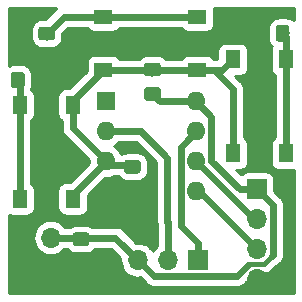
<source format=gbr>
G04 #@! TF.GenerationSoftware,KiCad,Pcbnew,(5.1.4)-1*
G04 #@! TF.CreationDate,2020-03-21T14:56:38-06:00*
G04 #@! TF.ProjectId,SonicAnemometerController,536f6e69-6341-46e6-956d-6f6d65746572,rev?*
G04 #@! TF.SameCoordinates,PX5bfb5d0PY5122438*
G04 #@! TF.FileFunction,Copper,L2,Bot*
G04 #@! TF.FilePolarity,Positive*
%FSLAX46Y46*%
G04 Gerber Fmt 4.6, Leading zero omitted, Abs format (unit mm)*
G04 Created by KiCad (PCBNEW (5.1.4)-1) date 2020-03-21 14:56:38*
%MOMM*%
%LPD*%
G04 APERTURE LIST*
%ADD10O,1.700000X1.700000*%
%ADD11R,1.700000X1.700000*%
%ADD12C,0.100000*%
%ADD13C,1.150000*%
%ADD14O,1.600000X1.600000*%
%ADD15R,1.600000X1.600000*%
%ADD16R,1.300000X1.550000*%
%ADD17R,1.550000X1.300000*%
%ADD18C,0.600000*%
%ADD19C,0.400000*%
%ADD20C,0.254000*%
G04 APERTURE END LIST*
D10*
X9130000Y3575000D03*
X11670000Y3575000D03*
X14210000Y3575000D03*
D11*
X16750000Y3575000D03*
D10*
X21750000Y1975000D03*
X21750000Y4515000D03*
X21750000Y7055000D03*
D11*
X21750000Y9595000D03*
D12*
G36*
X11674505Y9998796D02*
G01*
X11698773Y9995196D01*
X11722572Y9989235D01*
X11745671Y9980970D01*
X11767850Y9970480D01*
X11788893Y9957868D01*
X11808599Y9943253D01*
X11826777Y9926777D01*
X11843253Y9908599D01*
X11857868Y9888893D01*
X11870480Y9867850D01*
X11880970Y9845671D01*
X11889235Y9822572D01*
X11895196Y9798773D01*
X11898796Y9774505D01*
X11900000Y9750001D01*
X11900000Y9099999D01*
X11898796Y9075495D01*
X11895196Y9051227D01*
X11889235Y9027428D01*
X11880970Y9004329D01*
X11870480Y8982150D01*
X11857868Y8961107D01*
X11843253Y8941401D01*
X11826777Y8923223D01*
X11808599Y8906747D01*
X11788893Y8892132D01*
X11767850Y8879520D01*
X11745671Y8869030D01*
X11722572Y8860765D01*
X11698773Y8854804D01*
X11674505Y8851204D01*
X11650001Y8850000D01*
X10749999Y8850000D01*
X10725495Y8851204D01*
X10701227Y8854804D01*
X10677428Y8860765D01*
X10654329Y8869030D01*
X10632150Y8879520D01*
X10611107Y8892132D01*
X10591401Y8906747D01*
X10573223Y8923223D01*
X10556747Y8941401D01*
X10542132Y8961107D01*
X10529520Y8982150D01*
X10519030Y9004329D01*
X10510765Y9027428D01*
X10504804Y9051227D01*
X10501204Y9075495D01*
X10500000Y9099999D01*
X10500000Y9750001D01*
X10501204Y9774505D01*
X10504804Y9798773D01*
X10510765Y9822572D01*
X10519030Y9845671D01*
X10529520Y9867850D01*
X10542132Y9888893D01*
X10556747Y9908599D01*
X10573223Y9926777D01*
X10591401Y9943253D01*
X10611107Y9957868D01*
X10632150Y9970480D01*
X10654329Y9980970D01*
X10677428Y9989235D01*
X10701227Y9995196D01*
X10725495Y9998796D01*
X10749999Y10000000D01*
X11650001Y10000000D01*
X11674505Y9998796D01*
X11674505Y9998796D01*
G37*
D13*
X11200000Y9425000D03*
D12*
G36*
X11674505Y12048796D02*
G01*
X11698773Y12045196D01*
X11722572Y12039235D01*
X11745671Y12030970D01*
X11767850Y12020480D01*
X11788893Y12007868D01*
X11808599Y11993253D01*
X11826777Y11976777D01*
X11843253Y11958599D01*
X11857868Y11938893D01*
X11870480Y11917850D01*
X11880970Y11895671D01*
X11889235Y11872572D01*
X11895196Y11848773D01*
X11898796Y11824505D01*
X11900000Y11800001D01*
X11900000Y11149999D01*
X11898796Y11125495D01*
X11895196Y11101227D01*
X11889235Y11077428D01*
X11880970Y11054329D01*
X11870480Y11032150D01*
X11857868Y11011107D01*
X11843253Y10991401D01*
X11826777Y10973223D01*
X11808599Y10956747D01*
X11788893Y10942132D01*
X11767850Y10929520D01*
X11745671Y10919030D01*
X11722572Y10910765D01*
X11698773Y10904804D01*
X11674505Y10901204D01*
X11650001Y10900000D01*
X10749999Y10900000D01*
X10725495Y10901204D01*
X10701227Y10904804D01*
X10677428Y10910765D01*
X10654329Y10919030D01*
X10632150Y10929520D01*
X10611107Y10942132D01*
X10591401Y10956747D01*
X10573223Y10973223D01*
X10556747Y10991401D01*
X10542132Y11011107D01*
X10529520Y11032150D01*
X10519030Y11054329D01*
X10510765Y11077428D01*
X10504804Y11101227D01*
X10501204Y11125495D01*
X10500000Y11149999D01*
X10500000Y11800001D01*
X10501204Y11824505D01*
X10504804Y11848773D01*
X10510765Y11872572D01*
X10519030Y11895671D01*
X10529520Y11917850D01*
X10542132Y11938893D01*
X10556747Y11958599D01*
X10573223Y11976777D01*
X10591401Y11993253D01*
X10611107Y12007868D01*
X10632150Y12020480D01*
X10654329Y12030970D01*
X10677428Y12039235D01*
X10701227Y12045196D01*
X10725495Y12048796D01*
X10749999Y12050000D01*
X11650001Y12050000D01*
X11674505Y12048796D01*
X11674505Y12048796D01*
G37*
D13*
X11200000Y11475000D03*
D12*
G36*
X4424505Y21273796D02*
G01*
X4448773Y21270196D01*
X4472572Y21264235D01*
X4495671Y21255970D01*
X4517850Y21245480D01*
X4538893Y21232868D01*
X4558599Y21218253D01*
X4576777Y21201777D01*
X4593253Y21183599D01*
X4607868Y21163893D01*
X4620480Y21142850D01*
X4630970Y21120671D01*
X4639235Y21097572D01*
X4645196Y21073773D01*
X4648796Y21049505D01*
X4650000Y21025001D01*
X4650000Y20374999D01*
X4648796Y20350495D01*
X4645196Y20326227D01*
X4639235Y20302428D01*
X4630970Y20279329D01*
X4620480Y20257150D01*
X4607868Y20236107D01*
X4593253Y20216401D01*
X4576777Y20198223D01*
X4558599Y20181747D01*
X4538893Y20167132D01*
X4517850Y20154520D01*
X4495671Y20144030D01*
X4472572Y20135765D01*
X4448773Y20129804D01*
X4424505Y20126204D01*
X4400001Y20125000D01*
X3499999Y20125000D01*
X3475495Y20126204D01*
X3451227Y20129804D01*
X3427428Y20135765D01*
X3404329Y20144030D01*
X3382150Y20154520D01*
X3361107Y20167132D01*
X3341401Y20181747D01*
X3323223Y20198223D01*
X3306747Y20216401D01*
X3292132Y20236107D01*
X3279520Y20257150D01*
X3269030Y20279329D01*
X3260765Y20302428D01*
X3254804Y20326227D01*
X3251204Y20350495D01*
X3250000Y20374999D01*
X3250000Y21025001D01*
X3251204Y21049505D01*
X3254804Y21073773D01*
X3260765Y21097572D01*
X3269030Y21120671D01*
X3279520Y21142850D01*
X3292132Y21163893D01*
X3306747Y21183599D01*
X3323223Y21201777D01*
X3341401Y21218253D01*
X3361107Y21232868D01*
X3382150Y21245480D01*
X3404329Y21255970D01*
X3427428Y21264235D01*
X3451227Y21270196D01*
X3475495Y21273796D01*
X3499999Y21275000D01*
X4400001Y21275000D01*
X4424505Y21273796D01*
X4424505Y21273796D01*
G37*
D13*
X3950000Y20700000D03*
D12*
G36*
X4424505Y23323796D02*
G01*
X4448773Y23320196D01*
X4472572Y23314235D01*
X4495671Y23305970D01*
X4517850Y23295480D01*
X4538893Y23282868D01*
X4558599Y23268253D01*
X4576777Y23251777D01*
X4593253Y23233599D01*
X4607868Y23213893D01*
X4620480Y23192850D01*
X4630970Y23170671D01*
X4639235Y23147572D01*
X4645196Y23123773D01*
X4648796Y23099505D01*
X4650000Y23075001D01*
X4650000Y22424999D01*
X4648796Y22400495D01*
X4645196Y22376227D01*
X4639235Y22352428D01*
X4630970Y22329329D01*
X4620480Y22307150D01*
X4607868Y22286107D01*
X4593253Y22266401D01*
X4576777Y22248223D01*
X4558599Y22231747D01*
X4538893Y22217132D01*
X4517850Y22204520D01*
X4495671Y22194030D01*
X4472572Y22185765D01*
X4448773Y22179804D01*
X4424505Y22176204D01*
X4400001Y22175000D01*
X3499999Y22175000D01*
X3475495Y22176204D01*
X3451227Y22179804D01*
X3427428Y22185765D01*
X3404329Y22194030D01*
X3382150Y22204520D01*
X3361107Y22217132D01*
X3341401Y22231747D01*
X3323223Y22248223D01*
X3306747Y22266401D01*
X3292132Y22286107D01*
X3279520Y22307150D01*
X3269030Y22329329D01*
X3260765Y22352428D01*
X3254804Y22376227D01*
X3251204Y22400495D01*
X3250000Y22424999D01*
X3250000Y23075001D01*
X3251204Y23099505D01*
X3254804Y23123773D01*
X3260765Y23147572D01*
X3269030Y23170671D01*
X3279520Y23192850D01*
X3292132Y23213893D01*
X3306747Y23233599D01*
X3323223Y23251777D01*
X3341401Y23268253D01*
X3361107Y23282868D01*
X3382150Y23295480D01*
X3404329Y23305970D01*
X3427428Y23314235D01*
X3451227Y23320196D01*
X3475495Y23323796D01*
X3499999Y23325000D01*
X4400001Y23325000D01*
X4424505Y23323796D01*
X4424505Y23323796D01*
G37*
D13*
X3950000Y22750000D03*
D10*
X4300000Y5475000D03*
D11*
X4300000Y2935000D03*
D12*
G36*
X7324505Y3873796D02*
G01*
X7348773Y3870196D01*
X7372572Y3864235D01*
X7395671Y3855970D01*
X7417850Y3845480D01*
X7438893Y3832868D01*
X7458599Y3818253D01*
X7476777Y3801777D01*
X7493253Y3783599D01*
X7507868Y3763893D01*
X7520480Y3742850D01*
X7530970Y3720671D01*
X7539235Y3697572D01*
X7545196Y3673773D01*
X7548796Y3649505D01*
X7550000Y3625001D01*
X7550000Y2974999D01*
X7548796Y2950495D01*
X7545196Y2926227D01*
X7539235Y2902428D01*
X7530970Y2879329D01*
X7520480Y2857150D01*
X7507868Y2836107D01*
X7493253Y2816401D01*
X7476777Y2798223D01*
X7458599Y2781747D01*
X7438893Y2767132D01*
X7417850Y2754520D01*
X7395671Y2744030D01*
X7372572Y2735765D01*
X7348773Y2729804D01*
X7324505Y2726204D01*
X7300001Y2725000D01*
X6399999Y2725000D01*
X6375495Y2726204D01*
X6351227Y2729804D01*
X6327428Y2735765D01*
X6304329Y2744030D01*
X6282150Y2754520D01*
X6261107Y2767132D01*
X6241401Y2781747D01*
X6223223Y2798223D01*
X6206747Y2816401D01*
X6192132Y2836107D01*
X6179520Y2857150D01*
X6169030Y2879329D01*
X6160765Y2902428D01*
X6154804Y2926227D01*
X6151204Y2950495D01*
X6150000Y2974999D01*
X6150000Y3625001D01*
X6151204Y3649505D01*
X6154804Y3673773D01*
X6160765Y3697572D01*
X6169030Y3720671D01*
X6179520Y3742850D01*
X6192132Y3763893D01*
X6206747Y3783599D01*
X6223223Y3801777D01*
X6241401Y3818253D01*
X6261107Y3832868D01*
X6282150Y3845480D01*
X6304329Y3855970D01*
X6327428Y3864235D01*
X6351227Y3870196D01*
X6375495Y3873796D01*
X6399999Y3875000D01*
X7300001Y3875000D01*
X7324505Y3873796D01*
X7324505Y3873796D01*
G37*
D13*
X6850000Y3300000D03*
D12*
G36*
X7324505Y5923796D02*
G01*
X7348773Y5920196D01*
X7372572Y5914235D01*
X7395671Y5905970D01*
X7417850Y5895480D01*
X7438893Y5882868D01*
X7458599Y5868253D01*
X7476777Y5851777D01*
X7493253Y5833599D01*
X7507868Y5813893D01*
X7520480Y5792850D01*
X7530970Y5770671D01*
X7539235Y5747572D01*
X7545196Y5723773D01*
X7548796Y5699505D01*
X7550000Y5675001D01*
X7550000Y5024999D01*
X7548796Y5000495D01*
X7545196Y4976227D01*
X7539235Y4952428D01*
X7530970Y4929329D01*
X7520480Y4907150D01*
X7507868Y4886107D01*
X7493253Y4866401D01*
X7476777Y4848223D01*
X7458599Y4831747D01*
X7438893Y4817132D01*
X7417850Y4804520D01*
X7395671Y4794030D01*
X7372572Y4785765D01*
X7348773Y4779804D01*
X7324505Y4776204D01*
X7300001Y4775000D01*
X6399999Y4775000D01*
X6375495Y4776204D01*
X6351227Y4779804D01*
X6327428Y4785765D01*
X6304329Y4794030D01*
X6282150Y4804520D01*
X6261107Y4817132D01*
X6241401Y4831747D01*
X6223223Y4848223D01*
X6206747Y4866401D01*
X6192132Y4886107D01*
X6179520Y4907150D01*
X6169030Y4929329D01*
X6160765Y4952428D01*
X6154804Y4976227D01*
X6151204Y5000495D01*
X6150000Y5024999D01*
X6150000Y5675001D01*
X6151204Y5699505D01*
X6154804Y5723773D01*
X6160765Y5747572D01*
X6169030Y5770671D01*
X6179520Y5792850D01*
X6192132Y5813893D01*
X6206747Y5833599D01*
X6223223Y5851777D01*
X6241401Y5868253D01*
X6261107Y5882868D01*
X6282150Y5895480D01*
X6304329Y5905970D01*
X6327428Y5914235D01*
X6351227Y5920196D01*
X6375495Y5923796D01*
X6399999Y5925000D01*
X7300001Y5925000D01*
X7324505Y5923796D01*
X7324505Y5923796D01*
G37*
D13*
X6850000Y5350000D03*
D12*
G36*
X13374505Y20273796D02*
G01*
X13398773Y20270196D01*
X13422572Y20264235D01*
X13445671Y20255970D01*
X13467850Y20245480D01*
X13488893Y20232868D01*
X13508599Y20218253D01*
X13526777Y20201777D01*
X13543253Y20183599D01*
X13557868Y20163893D01*
X13570480Y20142850D01*
X13580970Y20120671D01*
X13589235Y20097572D01*
X13595196Y20073773D01*
X13598796Y20049505D01*
X13600000Y20025001D01*
X13600000Y19374999D01*
X13598796Y19350495D01*
X13595196Y19326227D01*
X13589235Y19302428D01*
X13580970Y19279329D01*
X13570480Y19257150D01*
X13557868Y19236107D01*
X13543253Y19216401D01*
X13526777Y19198223D01*
X13508599Y19181747D01*
X13488893Y19167132D01*
X13467850Y19154520D01*
X13445671Y19144030D01*
X13422572Y19135765D01*
X13398773Y19129804D01*
X13374505Y19126204D01*
X13350001Y19125000D01*
X12449999Y19125000D01*
X12425495Y19126204D01*
X12401227Y19129804D01*
X12377428Y19135765D01*
X12354329Y19144030D01*
X12332150Y19154520D01*
X12311107Y19167132D01*
X12291401Y19181747D01*
X12273223Y19198223D01*
X12256747Y19216401D01*
X12242132Y19236107D01*
X12229520Y19257150D01*
X12219030Y19279329D01*
X12210765Y19302428D01*
X12204804Y19326227D01*
X12201204Y19350495D01*
X12200000Y19374999D01*
X12200000Y20025001D01*
X12201204Y20049505D01*
X12204804Y20073773D01*
X12210765Y20097572D01*
X12219030Y20120671D01*
X12229520Y20142850D01*
X12242132Y20163893D01*
X12256747Y20183599D01*
X12273223Y20201777D01*
X12291401Y20218253D01*
X12311107Y20232868D01*
X12332150Y20245480D01*
X12354329Y20255970D01*
X12377428Y20264235D01*
X12401227Y20270196D01*
X12425495Y20273796D01*
X12449999Y20275000D01*
X13350001Y20275000D01*
X13374505Y20273796D01*
X13374505Y20273796D01*
G37*
D13*
X12900000Y19700000D03*
D12*
G36*
X13374505Y18223796D02*
G01*
X13398773Y18220196D01*
X13422572Y18214235D01*
X13445671Y18205970D01*
X13467850Y18195480D01*
X13488893Y18182868D01*
X13508599Y18168253D01*
X13526777Y18151777D01*
X13543253Y18133599D01*
X13557868Y18113893D01*
X13570480Y18092850D01*
X13580970Y18070671D01*
X13589235Y18047572D01*
X13595196Y18023773D01*
X13598796Y17999505D01*
X13600000Y17975001D01*
X13600000Y17324999D01*
X13598796Y17300495D01*
X13595196Y17276227D01*
X13589235Y17252428D01*
X13580970Y17229329D01*
X13570480Y17207150D01*
X13557868Y17186107D01*
X13543253Y17166401D01*
X13526777Y17148223D01*
X13508599Y17131747D01*
X13488893Y17117132D01*
X13467850Y17104520D01*
X13445671Y17094030D01*
X13422572Y17085765D01*
X13398773Y17079804D01*
X13374505Y17076204D01*
X13350001Y17075000D01*
X12449999Y17075000D01*
X12425495Y17076204D01*
X12401227Y17079804D01*
X12377428Y17085765D01*
X12354329Y17094030D01*
X12332150Y17104520D01*
X12311107Y17117132D01*
X12291401Y17131747D01*
X12273223Y17148223D01*
X12256747Y17166401D01*
X12242132Y17186107D01*
X12229520Y17207150D01*
X12219030Y17229329D01*
X12210765Y17252428D01*
X12204804Y17276227D01*
X12201204Y17300495D01*
X12200000Y17324999D01*
X12200000Y17975001D01*
X12201204Y17999505D01*
X12204804Y18023773D01*
X12210765Y18047572D01*
X12219030Y18070671D01*
X12229520Y18092850D01*
X12242132Y18113893D01*
X12256747Y18133599D01*
X12273223Y18151777D01*
X12291401Y18168253D01*
X12311107Y18182868D01*
X12332150Y18195480D01*
X12354329Y18205970D01*
X12377428Y18214235D01*
X12401227Y18220196D01*
X12425495Y18223796D01*
X12449999Y18225000D01*
X13350001Y18225000D01*
X13374505Y18223796D01*
X13374505Y18223796D01*
G37*
D13*
X12900000Y17650000D03*
D14*
X16600000Y17015000D03*
X8980000Y9395000D03*
X16600000Y14475000D03*
X8980000Y11935000D03*
X16600000Y11935000D03*
X8980000Y14475000D03*
X16600000Y9395000D03*
D15*
X8980000Y17015000D03*
D16*
X24200000Y12625000D03*
X19700000Y12625000D03*
X19700000Y20575000D03*
X24200000Y20575000D03*
X1650000Y16700000D03*
X6150000Y16700000D03*
X6150000Y8750000D03*
X1650000Y8750000D03*
D17*
X16700000Y24175000D03*
X16700000Y19675000D03*
X8750000Y19675000D03*
X8750000Y24175000D03*
D12*
G36*
X22224505Y23473796D02*
G01*
X22248773Y23470196D01*
X22272572Y23464235D01*
X22295671Y23455970D01*
X22317850Y23445480D01*
X22338893Y23432868D01*
X22358599Y23418253D01*
X22376777Y23401777D01*
X22393253Y23383599D01*
X22407868Y23363893D01*
X22420480Y23342850D01*
X22430970Y23320671D01*
X22439235Y23297572D01*
X22445196Y23273773D01*
X22448796Y23249505D01*
X22450000Y23225001D01*
X22450000Y22324999D01*
X22448796Y22300495D01*
X22445196Y22276227D01*
X22439235Y22252428D01*
X22430970Y22229329D01*
X22420480Y22207150D01*
X22407868Y22186107D01*
X22393253Y22166401D01*
X22376777Y22148223D01*
X22358599Y22131747D01*
X22338893Y22117132D01*
X22317850Y22104520D01*
X22295671Y22094030D01*
X22272572Y22085765D01*
X22248773Y22079804D01*
X22224505Y22076204D01*
X22200001Y22075000D01*
X21549999Y22075000D01*
X21525495Y22076204D01*
X21501227Y22079804D01*
X21477428Y22085765D01*
X21454329Y22094030D01*
X21432150Y22104520D01*
X21411107Y22117132D01*
X21391401Y22131747D01*
X21373223Y22148223D01*
X21356747Y22166401D01*
X21342132Y22186107D01*
X21329520Y22207150D01*
X21319030Y22229329D01*
X21310765Y22252428D01*
X21304804Y22276227D01*
X21301204Y22300495D01*
X21300000Y22324999D01*
X21300000Y23225001D01*
X21301204Y23249505D01*
X21304804Y23273773D01*
X21310765Y23297572D01*
X21319030Y23320671D01*
X21329520Y23342850D01*
X21342132Y23363893D01*
X21356747Y23383599D01*
X21373223Y23401777D01*
X21391401Y23418253D01*
X21411107Y23432868D01*
X21432150Y23445480D01*
X21454329Y23455970D01*
X21477428Y23464235D01*
X21501227Y23470196D01*
X21525495Y23473796D01*
X21549999Y23475000D01*
X22200001Y23475000D01*
X22224505Y23473796D01*
X22224505Y23473796D01*
G37*
D13*
X21875000Y22775000D03*
D12*
G36*
X24274505Y23473796D02*
G01*
X24298773Y23470196D01*
X24322572Y23464235D01*
X24345671Y23455970D01*
X24367850Y23445480D01*
X24388893Y23432868D01*
X24408599Y23418253D01*
X24426777Y23401777D01*
X24443253Y23383599D01*
X24457868Y23363893D01*
X24470480Y23342850D01*
X24480970Y23320671D01*
X24489235Y23297572D01*
X24495196Y23273773D01*
X24498796Y23249505D01*
X24500000Y23225001D01*
X24500000Y22324999D01*
X24498796Y22300495D01*
X24495196Y22276227D01*
X24489235Y22252428D01*
X24480970Y22229329D01*
X24470480Y22207150D01*
X24457868Y22186107D01*
X24443253Y22166401D01*
X24426777Y22148223D01*
X24408599Y22131747D01*
X24388893Y22117132D01*
X24367850Y22104520D01*
X24345671Y22094030D01*
X24322572Y22085765D01*
X24298773Y22079804D01*
X24274505Y22076204D01*
X24250001Y22075000D01*
X23599999Y22075000D01*
X23575495Y22076204D01*
X23551227Y22079804D01*
X23527428Y22085765D01*
X23504329Y22094030D01*
X23482150Y22104520D01*
X23461107Y22117132D01*
X23441401Y22131747D01*
X23423223Y22148223D01*
X23406747Y22166401D01*
X23392132Y22186107D01*
X23379520Y22207150D01*
X23369030Y22229329D01*
X23360765Y22252428D01*
X23354804Y22276227D01*
X23351204Y22300495D01*
X23350000Y22324999D01*
X23350000Y23225001D01*
X23351204Y23249505D01*
X23354804Y23273773D01*
X23360765Y23297572D01*
X23369030Y23320671D01*
X23379520Y23342850D01*
X23392132Y23363893D01*
X23406747Y23383599D01*
X23423223Y23401777D01*
X23441401Y23418253D01*
X23461107Y23432868D01*
X23482150Y23445480D01*
X23504329Y23455970D01*
X23527428Y23464235D01*
X23551227Y23470196D01*
X23575495Y23473796D01*
X23599999Y23475000D01*
X24250001Y23475000D01*
X24274505Y23473796D01*
X24274505Y23473796D01*
G37*
D13*
X23925000Y22775000D03*
D12*
G36*
X3899505Y19523796D02*
G01*
X3923773Y19520196D01*
X3947572Y19514235D01*
X3970671Y19505970D01*
X3992850Y19495480D01*
X4013893Y19482868D01*
X4033599Y19468253D01*
X4051777Y19451777D01*
X4068253Y19433599D01*
X4082868Y19413893D01*
X4095480Y19392850D01*
X4105970Y19370671D01*
X4114235Y19347572D01*
X4120196Y19323773D01*
X4123796Y19299505D01*
X4125000Y19275001D01*
X4125000Y18374999D01*
X4123796Y18350495D01*
X4120196Y18326227D01*
X4114235Y18302428D01*
X4105970Y18279329D01*
X4095480Y18257150D01*
X4082868Y18236107D01*
X4068253Y18216401D01*
X4051777Y18198223D01*
X4033599Y18181747D01*
X4013893Y18167132D01*
X3992850Y18154520D01*
X3970671Y18144030D01*
X3947572Y18135765D01*
X3923773Y18129804D01*
X3899505Y18126204D01*
X3875001Y18125000D01*
X3224999Y18125000D01*
X3200495Y18126204D01*
X3176227Y18129804D01*
X3152428Y18135765D01*
X3129329Y18144030D01*
X3107150Y18154520D01*
X3086107Y18167132D01*
X3066401Y18181747D01*
X3048223Y18198223D01*
X3031747Y18216401D01*
X3017132Y18236107D01*
X3004520Y18257150D01*
X2994030Y18279329D01*
X2985765Y18302428D01*
X2979804Y18326227D01*
X2976204Y18350495D01*
X2975000Y18374999D01*
X2975000Y19275001D01*
X2976204Y19299505D01*
X2979804Y19323773D01*
X2985765Y19347572D01*
X2994030Y19370671D01*
X3004520Y19392850D01*
X3017132Y19413893D01*
X3031747Y19433599D01*
X3048223Y19451777D01*
X3066401Y19468253D01*
X3086107Y19482868D01*
X3107150Y19495480D01*
X3129329Y19505970D01*
X3152428Y19514235D01*
X3176227Y19520196D01*
X3200495Y19523796D01*
X3224999Y19525000D01*
X3875001Y19525000D01*
X3899505Y19523796D01*
X3899505Y19523796D01*
G37*
D13*
X3550000Y18825000D03*
D12*
G36*
X1849505Y19523796D02*
G01*
X1873773Y19520196D01*
X1897572Y19514235D01*
X1920671Y19505970D01*
X1942850Y19495480D01*
X1963893Y19482868D01*
X1983599Y19468253D01*
X2001777Y19451777D01*
X2018253Y19433599D01*
X2032868Y19413893D01*
X2045480Y19392850D01*
X2055970Y19370671D01*
X2064235Y19347572D01*
X2070196Y19323773D01*
X2073796Y19299505D01*
X2075000Y19275001D01*
X2075000Y18374999D01*
X2073796Y18350495D01*
X2070196Y18326227D01*
X2064235Y18302428D01*
X2055970Y18279329D01*
X2045480Y18257150D01*
X2032868Y18236107D01*
X2018253Y18216401D01*
X2001777Y18198223D01*
X1983599Y18181747D01*
X1963893Y18167132D01*
X1942850Y18154520D01*
X1920671Y18144030D01*
X1897572Y18135765D01*
X1873773Y18129804D01*
X1849505Y18126204D01*
X1825001Y18125000D01*
X1174999Y18125000D01*
X1150495Y18126204D01*
X1126227Y18129804D01*
X1102428Y18135765D01*
X1079329Y18144030D01*
X1057150Y18154520D01*
X1036107Y18167132D01*
X1016401Y18181747D01*
X998223Y18198223D01*
X981747Y18216401D01*
X967132Y18236107D01*
X954520Y18257150D01*
X944030Y18279329D01*
X935765Y18302428D01*
X929804Y18326227D01*
X926204Y18350495D01*
X925000Y18374999D01*
X925000Y19275001D01*
X926204Y19299505D01*
X929804Y19323773D01*
X935765Y19347572D01*
X944030Y19370671D01*
X954520Y19392850D01*
X967132Y19413893D01*
X981747Y19433599D01*
X998223Y19451777D01*
X1016401Y19468253D01*
X1036107Y19482868D01*
X1057150Y19495480D01*
X1079329Y19505970D01*
X1102428Y19514235D01*
X1126227Y19520196D01*
X1150495Y19523796D01*
X1174999Y19525000D01*
X1825001Y19525000D01*
X1849505Y19523796D01*
X1849505Y19523796D01*
G37*
D13*
X1500000Y18825000D03*
D18*
X21480000Y7055000D02*
X21750000Y7055000D01*
X16600000Y11935000D02*
X21480000Y7055000D01*
X11670000Y3575000D02*
X10200000Y5045000D01*
X9770000Y5475000D02*
X4300000Y5475000D01*
X10200000Y5045000D02*
X9770000Y5475000D01*
X13535000Y17015000D02*
X12900000Y17650000D01*
X16600000Y17015000D02*
X13535000Y17015000D01*
X13020001Y2224999D02*
X20074999Y2224999D01*
X11670000Y3575000D02*
X13020001Y2224999D01*
X20074999Y2224999D02*
X21000000Y3150000D01*
D19*
X22350001Y3264999D02*
X23000001Y3914999D01*
X21189997Y3264999D02*
X22350001Y3264999D01*
X21074998Y3150000D02*
X21189997Y3264999D01*
X21000000Y3150000D02*
X21074998Y3150000D01*
D18*
X23100001Y4014999D02*
X23000001Y3914999D01*
X23100001Y8244999D02*
X23100001Y4014999D01*
X21750000Y9595000D02*
X23100001Y8244999D01*
X17900001Y15714999D02*
X16600000Y17015000D01*
X17900001Y11994999D02*
X17900001Y15714999D01*
X20300000Y9595000D02*
X17900001Y11994999D01*
X21750000Y9595000D02*
X20300000Y9595000D01*
X14210000Y6790020D02*
X14210000Y3575000D01*
X14175010Y6825010D02*
X14210000Y6790020D01*
X14175010Y6825010D02*
X14175010Y12231332D01*
X11931342Y14475000D02*
X14175010Y12231332D01*
X8980000Y14475000D02*
X11931342Y14475000D01*
X15800001Y13675001D02*
X16600000Y14475000D01*
X15299999Y13174999D02*
X15800001Y13675001D01*
X15299999Y6475001D02*
X15299999Y13174999D01*
X16750000Y5025000D02*
X15299999Y6475001D01*
X16750000Y3575000D02*
X16750000Y5025000D01*
X5950000Y20175000D02*
X6000000Y20125000D01*
X3050000Y19325000D02*
X3900000Y20175000D01*
X3900000Y20175000D02*
X5950000Y20175000D01*
X11030000Y9395000D02*
X8980000Y9395000D01*
X12250000Y6575000D02*
X12250000Y8175000D01*
X12250000Y8175000D02*
X11030000Y9395000D01*
X8750000Y24175000D02*
X16700000Y24175000D01*
X5375000Y24175000D02*
X3950000Y22750000D01*
X8750000Y24175000D02*
X5375000Y24175000D01*
X1650000Y8750000D02*
X1650000Y16700000D01*
X1650000Y18675000D02*
X1500000Y18825000D01*
X1650000Y16700000D02*
X1650000Y18675000D01*
X24200000Y12625000D02*
X24200000Y20575000D01*
X24200000Y22500000D02*
X23925000Y22775000D01*
X24200000Y20575000D02*
X24200000Y22500000D01*
X16870000Y9395000D02*
X16600000Y9395000D01*
X21750000Y4515000D02*
X16870000Y9395000D01*
X10125000Y19675000D02*
X16700000Y19675000D01*
X8750000Y19675000D02*
X10125000Y19675000D01*
X6150000Y14765000D02*
X6150000Y16700000D01*
X8980000Y11935000D02*
X6150000Y14765000D01*
X18800000Y19675000D02*
X19700000Y20575000D01*
X16700000Y19675000D02*
X18800000Y19675000D01*
X19700000Y14000000D02*
X19700000Y12625000D01*
X19700000Y18050000D02*
X19700000Y14000000D01*
X18075000Y19675000D02*
X19700000Y18050000D01*
X16700000Y19675000D02*
X18075000Y19675000D01*
X6150000Y17075000D02*
X8750000Y19675000D01*
X6150000Y16700000D02*
X6150000Y17075000D01*
X9315000Y11600000D02*
X8980000Y11935000D01*
X11400000Y11600000D02*
X9315000Y11600000D01*
X6150000Y9105000D02*
X8980000Y11935000D01*
X6150000Y8750000D02*
X6150000Y9105000D01*
D20*
G36*
X4710656Y24839344D02*
G01*
X4681374Y24803664D01*
X3840783Y23963072D01*
X3499999Y23963072D01*
X3326745Y23946008D01*
X3160149Y23895472D01*
X3006613Y23813405D01*
X2872038Y23702962D01*
X2761595Y23568387D01*
X2679528Y23414851D01*
X2628992Y23248255D01*
X2611928Y23075001D01*
X2611928Y22424999D01*
X2628992Y22251745D01*
X2679528Y22085149D01*
X2761595Y21931613D01*
X2872038Y21797038D01*
X3006613Y21686595D01*
X3160149Y21604528D01*
X3326745Y21553992D01*
X3499999Y21536928D01*
X4400001Y21536928D01*
X4573255Y21553992D01*
X4739851Y21604528D01*
X4893387Y21686595D01*
X5027962Y21797038D01*
X5138405Y21931613D01*
X5220472Y22085149D01*
X5271008Y22251745D01*
X5288072Y22424999D01*
X5288072Y22765783D01*
X5762290Y23240000D01*
X7407317Y23240000D01*
X7444463Y23170506D01*
X7523815Y23073815D01*
X7620506Y22994463D01*
X7730820Y22935498D01*
X7850518Y22899188D01*
X7975000Y22886928D01*
X9525000Y22886928D01*
X9649482Y22899188D01*
X9769180Y22935498D01*
X9879494Y22994463D01*
X9976185Y23073815D01*
X10055537Y23170506D01*
X10092683Y23240000D01*
X15357317Y23240000D01*
X15394463Y23170506D01*
X15473815Y23073815D01*
X15570506Y22994463D01*
X15680820Y22935498D01*
X15800518Y22899188D01*
X15925000Y22886928D01*
X17475000Y22886928D01*
X17599482Y22899188D01*
X17719180Y22935498D01*
X17829494Y22994463D01*
X17926185Y23073815D01*
X18005537Y23170506D01*
X18064502Y23280820D01*
X18100812Y23400518D01*
X18113072Y23525000D01*
X18113072Y24825000D01*
X18106670Y24890000D01*
X24865000Y24890000D01*
X24865000Y23863600D01*
X24743387Y23963405D01*
X24589851Y24045472D01*
X24423255Y24096008D01*
X24250001Y24113072D01*
X23599999Y24113072D01*
X23426745Y24096008D01*
X23260149Y24045472D01*
X23106613Y23963405D01*
X22972038Y23852962D01*
X22861595Y23718387D01*
X22779528Y23564851D01*
X22728992Y23398255D01*
X22711928Y23225001D01*
X22711928Y22324999D01*
X22728992Y22151745D01*
X22779528Y21985149D01*
X22861595Y21831613D01*
X22972038Y21697038D01*
X23002232Y21672258D01*
X22960498Y21594180D01*
X22924188Y21474482D01*
X22911928Y21350000D01*
X22911928Y19800000D01*
X22924188Y19675518D01*
X22960498Y19555820D01*
X23019463Y19445506D01*
X23098815Y19348815D01*
X23195506Y19269463D01*
X23265001Y19232317D01*
X23265000Y13967683D01*
X23195506Y13930537D01*
X23098815Y13851185D01*
X23019463Y13754494D01*
X22960498Y13644180D01*
X22924188Y13524482D01*
X22911928Y13400000D01*
X22911928Y11850000D01*
X22924188Y11725518D01*
X22960498Y11605820D01*
X23019463Y11495506D01*
X23098815Y11398815D01*
X23195506Y11319463D01*
X23305820Y11260498D01*
X23425518Y11224188D01*
X23550000Y11211928D01*
X24850000Y11211928D01*
X24865001Y11213405D01*
X24865001Y760000D01*
X735000Y760000D01*
X735000Y5475000D01*
X2807815Y5475000D01*
X2836487Y5183889D01*
X2921401Y4903966D01*
X3059294Y4645986D01*
X3244866Y4419866D01*
X3470986Y4234294D01*
X3728966Y4096401D01*
X4008889Y4011487D01*
X4227050Y3990000D01*
X4372950Y3990000D01*
X4591111Y4011487D01*
X4871034Y4096401D01*
X5129014Y4234294D01*
X5355134Y4419866D01*
X5453725Y4540000D01*
X5657112Y4540000D01*
X5661595Y4531613D01*
X5772038Y4397038D01*
X5906613Y4286595D01*
X6060149Y4204528D01*
X6226745Y4153992D01*
X6399999Y4136928D01*
X7300001Y4136928D01*
X7473255Y4153992D01*
X7639851Y4204528D01*
X7793387Y4286595D01*
X7927962Y4397038D01*
X8038405Y4531613D01*
X8042888Y4540000D01*
X9382712Y4540000D01*
X9506373Y4416339D01*
X9506377Y4416334D01*
X10193048Y3729663D01*
X10177815Y3575000D01*
X10206487Y3283889D01*
X10291401Y3003966D01*
X10429294Y2745986D01*
X10614866Y2519866D01*
X10840986Y2334294D01*
X11098966Y2196401D01*
X11378889Y2111487D01*
X11597050Y2090000D01*
X11742950Y2090000D01*
X11824663Y2098048D01*
X12326371Y1596340D01*
X12355657Y1560655D01*
X12498029Y1443813D01*
X12603881Y1387234D01*
X12660460Y1356992D01*
X12836709Y1303527D01*
X13020001Y1285475D01*
X13065936Y1289999D01*
X20029067Y1289999D01*
X20074999Y1285475D01*
X20120931Y1289999D01*
X20258291Y1303528D01*
X20434539Y1356992D01*
X20596971Y1443813D01*
X20739343Y1560655D01*
X20768629Y1596340D01*
X21602288Y2429999D01*
X22308983Y2429999D01*
X22350001Y2425959D01*
X22391019Y2429999D01*
X22391020Y2429999D01*
X22513690Y2442081D01*
X22671088Y2489827D01*
X22816147Y2567363D01*
X22943292Y2671708D01*
X22969446Y2703577D01*
X23292538Y3026668D01*
X23359541Y3046993D01*
X23521972Y3133814D01*
X23628667Y3221376D01*
X23728660Y3321369D01*
X23764345Y3350655D01*
X23881187Y3493027D01*
X23968008Y3655459D01*
X24021472Y3831707D01*
X24032529Y3943966D01*
X24039525Y4014998D01*
X24035001Y4060930D01*
X24035001Y8199064D01*
X24039525Y8244999D01*
X24021473Y8428291D01*
X23968008Y8604540D01*
X23914809Y8704068D01*
X23881187Y8766971D01*
X23764345Y8909343D01*
X23728661Y8938628D01*
X23238072Y9429217D01*
X23238072Y10445000D01*
X23225812Y10569482D01*
X23189502Y10689180D01*
X23130537Y10799494D01*
X23051185Y10896185D01*
X22954494Y10975537D01*
X22844180Y11034502D01*
X22724482Y11070812D01*
X22600000Y11083072D01*
X20900000Y11083072D01*
X20775518Y11070812D01*
X20655820Y11034502D01*
X20545506Y10975537D01*
X20448815Y10896185D01*
X20391249Y10826041D01*
X20005362Y11211928D01*
X20350000Y11211928D01*
X20474482Y11224188D01*
X20594180Y11260498D01*
X20704494Y11319463D01*
X20801185Y11398815D01*
X20880537Y11495506D01*
X20939502Y11605820D01*
X20975812Y11725518D01*
X20988072Y11850000D01*
X20988072Y13400000D01*
X20975812Y13524482D01*
X20939502Y13644180D01*
X20880537Y13754494D01*
X20801185Y13851185D01*
X20704494Y13930537D01*
X20635000Y13967683D01*
X20635000Y18004069D01*
X20639524Y18050001D01*
X20621471Y18233293D01*
X20600317Y18303029D01*
X20568007Y18409540D01*
X20481186Y18571972D01*
X20364344Y18714344D01*
X20328665Y18743624D01*
X19910362Y19161928D01*
X20350000Y19161928D01*
X20474482Y19174188D01*
X20594180Y19210498D01*
X20704494Y19269463D01*
X20801185Y19348815D01*
X20880537Y19445506D01*
X20939502Y19555820D01*
X20975812Y19675518D01*
X20988072Y19800000D01*
X20988072Y21350000D01*
X20975812Y21474482D01*
X20939502Y21594180D01*
X20880537Y21704494D01*
X20801185Y21801185D01*
X20704494Y21880537D01*
X20594180Y21939502D01*
X20474482Y21975812D01*
X20350000Y21988072D01*
X19050000Y21988072D01*
X18925518Y21975812D01*
X18805820Y21939502D01*
X18695506Y21880537D01*
X18598815Y21801185D01*
X18519463Y21704494D01*
X18460498Y21594180D01*
X18424188Y21474482D01*
X18411928Y21350000D01*
X18411928Y20610000D01*
X18120932Y20610000D01*
X18075000Y20614524D01*
X18042002Y20611274D01*
X18005537Y20679494D01*
X17926185Y20776185D01*
X17829494Y20855537D01*
X17719180Y20914502D01*
X17599482Y20950812D01*
X17475000Y20963072D01*
X15925000Y20963072D01*
X15800518Y20950812D01*
X15680820Y20914502D01*
X15570506Y20855537D01*
X15473815Y20776185D01*
X15394463Y20679494D01*
X15357317Y20610000D01*
X14013220Y20610000D01*
X13977962Y20652962D01*
X13843387Y20763405D01*
X13689851Y20845472D01*
X13523255Y20896008D01*
X13350001Y20913072D01*
X12449999Y20913072D01*
X12276745Y20896008D01*
X12110149Y20845472D01*
X11956613Y20763405D01*
X11822038Y20652962D01*
X11786780Y20610000D01*
X10092683Y20610000D01*
X10055537Y20679494D01*
X9976185Y20776185D01*
X9879494Y20855537D01*
X9769180Y20914502D01*
X9649482Y20950812D01*
X9525000Y20963072D01*
X7975000Y20963072D01*
X7850518Y20950812D01*
X7730820Y20914502D01*
X7620506Y20855537D01*
X7523815Y20776185D01*
X7444463Y20679494D01*
X7385498Y20569180D01*
X7349188Y20449482D01*
X7336928Y20325000D01*
X7336928Y19584218D01*
X5865783Y18113072D01*
X5500000Y18113072D01*
X5375518Y18100812D01*
X5255820Y18064502D01*
X5145506Y18005537D01*
X5048815Y17926185D01*
X4969463Y17829494D01*
X4910498Y17719180D01*
X4874188Y17599482D01*
X4861928Y17475000D01*
X4861928Y15925000D01*
X4874188Y15800518D01*
X4910498Y15680820D01*
X4969463Y15570506D01*
X5048815Y15473815D01*
X5145506Y15394463D01*
X5215000Y15357317D01*
X5215000Y14810932D01*
X5210476Y14765000D01*
X5215000Y14719069D01*
X5228529Y14581709D01*
X5281993Y14405461D01*
X5368814Y14243029D01*
X5485656Y14100656D01*
X5521341Y14071370D01*
X7548785Y12043925D01*
X7538057Y11935000D01*
X7548785Y11826075D01*
X5885783Y10163072D01*
X5500000Y10163072D01*
X5375518Y10150812D01*
X5255820Y10114502D01*
X5145506Y10055537D01*
X5048815Y9976185D01*
X4969463Y9879494D01*
X4910498Y9769180D01*
X4874188Y9649482D01*
X4861928Y9525000D01*
X4861928Y7975000D01*
X4874188Y7850518D01*
X4910498Y7730820D01*
X4969463Y7620506D01*
X5048815Y7523815D01*
X5145506Y7444463D01*
X5255820Y7385498D01*
X5375518Y7349188D01*
X5500000Y7336928D01*
X6800000Y7336928D01*
X6924482Y7349188D01*
X7044180Y7385498D01*
X7154494Y7444463D01*
X7251185Y7523815D01*
X7330537Y7620506D01*
X7389502Y7730820D01*
X7425812Y7850518D01*
X7438072Y7975000D01*
X7438072Y9070783D01*
X8871075Y10503785D01*
X8909508Y10500000D01*
X9050492Y10500000D01*
X9261309Y10520764D01*
X9531808Y10602818D01*
X9648142Y10665000D01*
X10007112Y10665000D01*
X10011595Y10656613D01*
X10122038Y10522038D01*
X10256613Y10411595D01*
X10410149Y10329528D01*
X10576745Y10278992D01*
X10749999Y10261928D01*
X11650001Y10261928D01*
X11823255Y10278992D01*
X11989851Y10329528D01*
X12143387Y10411595D01*
X12277962Y10522038D01*
X12388405Y10656613D01*
X12470472Y10810149D01*
X12521008Y10976745D01*
X12538072Y11149999D01*
X12538072Y11800001D01*
X12521008Y11973255D01*
X12470472Y12139851D01*
X12388405Y12293387D01*
X12277962Y12427962D01*
X12143387Y12538405D01*
X11989851Y12620472D01*
X11823255Y12671008D01*
X11650001Y12688072D01*
X10749999Y12688072D01*
X10576745Y12671008D01*
X10410149Y12620472D01*
X10278383Y12550041D01*
X10178932Y12736101D01*
X9999608Y12954608D01*
X9781101Y13133932D01*
X9648142Y13205000D01*
X9781101Y13276068D01*
X9999608Y13455392D01*
X10069044Y13540000D01*
X11544053Y13540000D01*
X13240011Y11844042D01*
X13240010Y6870942D01*
X13235486Y6825010D01*
X13240010Y6779079D01*
X13253539Y6641719D01*
X13275000Y6570971D01*
X13275001Y4728726D01*
X13154866Y4630134D01*
X12969294Y4404014D01*
X12940000Y4349209D01*
X12910706Y4404014D01*
X12725134Y4630134D01*
X12499014Y4815706D01*
X12241034Y4953599D01*
X11961111Y5038513D01*
X11742950Y5060000D01*
X11597050Y5060000D01*
X11515337Y5051952D01*
X10828666Y5738623D01*
X10828661Y5738627D01*
X10463631Y6103658D01*
X10434344Y6139344D01*
X10291972Y6256186D01*
X10129540Y6343007D01*
X9953292Y6396471D01*
X9815932Y6410000D01*
X9770000Y6414524D01*
X9724068Y6410000D01*
X7797536Y6410000D01*
X7793387Y6413405D01*
X7639851Y6495472D01*
X7473255Y6546008D01*
X7300001Y6563072D01*
X6399999Y6563072D01*
X6226745Y6546008D01*
X6060149Y6495472D01*
X5906613Y6413405D01*
X5902464Y6410000D01*
X5453725Y6410000D01*
X5355134Y6530134D01*
X5129014Y6715706D01*
X4871034Y6853599D01*
X4591111Y6938513D01*
X4372950Y6960000D01*
X4227050Y6960000D01*
X4008889Y6938513D01*
X3728966Y6853599D01*
X3470986Y6715706D01*
X3244866Y6530134D01*
X3059294Y6304014D01*
X2921401Y6046034D01*
X2836487Y5766111D01*
X2807815Y5475000D01*
X735000Y5475000D01*
X735000Y7396627D01*
X755820Y7385498D01*
X875518Y7349188D01*
X1000000Y7336928D01*
X2300000Y7336928D01*
X2424482Y7349188D01*
X2544180Y7385498D01*
X2654494Y7444463D01*
X2751185Y7523815D01*
X2830537Y7620506D01*
X2889502Y7730820D01*
X2925812Y7850518D01*
X2938072Y7975000D01*
X2938072Y9525000D01*
X2925812Y9649482D01*
X2889502Y9769180D01*
X2830537Y9879494D01*
X2751185Y9976185D01*
X2654494Y10055537D01*
X2585000Y10092683D01*
X2585000Y15357317D01*
X2654494Y15394463D01*
X2751185Y15473815D01*
X2830537Y15570506D01*
X2889502Y15680820D01*
X2925812Y15800518D01*
X2938072Y15925000D01*
X2938072Y17475000D01*
X2925812Y17599482D01*
X2889502Y17719180D01*
X2830537Y17829494D01*
X2751185Y17926185D01*
X2654494Y18005537D01*
X2635166Y18015868D01*
X2645472Y18035149D01*
X2696008Y18201745D01*
X2713072Y18374999D01*
X2713072Y19275001D01*
X2696008Y19448255D01*
X2645472Y19614851D01*
X2563405Y19768387D01*
X2452962Y19902962D01*
X2318387Y20013405D01*
X2164851Y20095472D01*
X1998255Y20146008D01*
X1825001Y20163072D01*
X1174999Y20163072D01*
X1001745Y20146008D01*
X835149Y20095472D01*
X735000Y20041941D01*
X735000Y24890000D01*
X4772380Y24890000D01*
X4710656Y24839344D01*
X4710656Y24839344D01*
G37*
X4710656Y24839344D02*
X4681374Y24803664D01*
X3840783Y23963072D01*
X3499999Y23963072D01*
X3326745Y23946008D01*
X3160149Y23895472D01*
X3006613Y23813405D01*
X2872038Y23702962D01*
X2761595Y23568387D01*
X2679528Y23414851D01*
X2628992Y23248255D01*
X2611928Y23075001D01*
X2611928Y22424999D01*
X2628992Y22251745D01*
X2679528Y22085149D01*
X2761595Y21931613D01*
X2872038Y21797038D01*
X3006613Y21686595D01*
X3160149Y21604528D01*
X3326745Y21553992D01*
X3499999Y21536928D01*
X4400001Y21536928D01*
X4573255Y21553992D01*
X4739851Y21604528D01*
X4893387Y21686595D01*
X5027962Y21797038D01*
X5138405Y21931613D01*
X5220472Y22085149D01*
X5271008Y22251745D01*
X5288072Y22424999D01*
X5288072Y22765783D01*
X5762290Y23240000D01*
X7407317Y23240000D01*
X7444463Y23170506D01*
X7523815Y23073815D01*
X7620506Y22994463D01*
X7730820Y22935498D01*
X7850518Y22899188D01*
X7975000Y22886928D01*
X9525000Y22886928D01*
X9649482Y22899188D01*
X9769180Y22935498D01*
X9879494Y22994463D01*
X9976185Y23073815D01*
X10055537Y23170506D01*
X10092683Y23240000D01*
X15357317Y23240000D01*
X15394463Y23170506D01*
X15473815Y23073815D01*
X15570506Y22994463D01*
X15680820Y22935498D01*
X15800518Y22899188D01*
X15925000Y22886928D01*
X17475000Y22886928D01*
X17599482Y22899188D01*
X17719180Y22935498D01*
X17829494Y22994463D01*
X17926185Y23073815D01*
X18005537Y23170506D01*
X18064502Y23280820D01*
X18100812Y23400518D01*
X18113072Y23525000D01*
X18113072Y24825000D01*
X18106670Y24890000D01*
X24865000Y24890000D01*
X24865000Y23863600D01*
X24743387Y23963405D01*
X24589851Y24045472D01*
X24423255Y24096008D01*
X24250001Y24113072D01*
X23599999Y24113072D01*
X23426745Y24096008D01*
X23260149Y24045472D01*
X23106613Y23963405D01*
X22972038Y23852962D01*
X22861595Y23718387D01*
X22779528Y23564851D01*
X22728992Y23398255D01*
X22711928Y23225001D01*
X22711928Y22324999D01*
X22728992Y22151745D01*
X22779528Y21985149D01*
X22861595Y21831613D01*
X22972038Y21697038D01*
X23002232Y21672258D01*
X22960498Y21594180D01*
X22924188Y21474482D01*
X22911928Y21350000D01*
X22911928Y19800000D01*
X22924188Y19675518D01*
X22960498Y19555820D01*
X23019463Y19445506D01*
X23098815Y19348815D01*
X23195506Y19269463D01*
X23265001Y19232317D01*
X23265000Y13967683D01*
X23195506Y13930537D01*
X23098815Y13851185D01*
X23019463Y13754494D01*
X22960498Y13644180D01*
X22924188Y13524482D01*
X22911928Y13400000D01*
X22911928Y11850000D01*
X22924188Y11725518D01*
X22960498Y11605820D01*
X23019463Y11495506D01*
X23098815Y11398815D01*
X23195506Y11319463D01*
X23305820Y11260498D01*
X23425518Y11224188D01*
X23550000Y11211928D01*
X24850000Y11211928D01*
X24865001Y11213405D01*
X24865001Y760000D01*
X735000Y760000D01*
X735000Y5475000D01*
X2807815Y5475000D01*
X2836487Y5183889D01*
X2921401Y4903966D01*
X3059294Y4645986D01*
X3244866Y4419866D01*
X3470986Y4234294D01*
X3728966Y4096401D01*
X4008889Y4011487D01*
X4227050Y3990000D01*
X4372950Y3990000D01*
X4591111Y4011487D01*
X4871034Y4096401D01*
X5129014Y4234294D01*
X5355134Y4419866D01*
X5453725Y4540000D01*
X5657112Y4540000D01*
X5661595Y4531613D01*
X5772038Y4397038D01*
X5906613Y4286595D01*
X6060149Y4204528D01*
X6226745Y4153992D01*
X6399999Y4136928D01*
X7300001Y4136928D01*
X7473255Y4153992D01*
X7639851Y4204528D01*
X7793387Y4286595D01*
X7927962Y4397038D01*
X8038405Y4531613D01*
X8042888Y4540000D01*
X9382712Y4540000D01*
X9506373Y4416339D01*
X9506377Y4416334D01*
X10193048Y3729663D01*
X10177815Y3575000D01*
X10206487Y3283889D01*
X10291401Y3003966D01*
X10429294Y2745986D01*
X10614866Y2519866D01*
X10840986Y2334294D01*
X11098966Y2196401D01*
X11378889Y2111487D01*
X11597050Y2090000D01*
X11742950Y2090000D01*
X11824663Y2098048D01*
X12326371Y1596340D01*
X12355657Y1560655D01*
X12498029Y1443813D01*
X12603881Y1387234D01*
X12660460Y1356992D01*
X12836709Y1303527D01*
X13020001Y1285475D01*
X13065936Y1289999D01*
X20029067Y1289999D01*
X20074999Y1285475D01*
X20120931Y1289999D01*
X20258291Y1303528D01*
X20434539Y1356992D01*
X20596971Y1443813D01*
X20739343Y1560655D01*
X20768629Y1596340D01*
X21602288Y2429999D01*
X22308983Y2429999D01*
X22350001Y2425959D01*
X22391019Y2429999D01*
X22391020Y2429999D01*
X22513690Y2442081D01*
X22671088Y2489827D01*
X22816147Y2567363D01*
X22943292Y2671708D01*
X22969446Y2703577D01*
X23292538Y3026668D01*
X23359541Y3046993D01*
X23521972Y3133814D01*
X23628667Y3221376D01*
X23728660Y3321369D01*
X23764345Y3350655D01*
X23881187Y3493027D01*
X23968008Y3655459D01*
X24021472Y3831707D01*
X24032529Y3943966D01*
X24039525Y4014998D01*
X24035001Y4060930D01*
X24035001Y8199064D01*
X24039525Y8244999D01*
X24021473Y8428291D01*
X23968008Y8604540D01*
X23914809Y8704068D01*
X23881187Y8766971D01*
X23764345Y8909343D01*
X23728661Y8938628D01*
X23238072Y9429217D01*
X23238072Y10445000D01*
X23225812Y10569482D01*
X23189502Y10689180D01*
X23130537Y10799494D01*
X23051185Y10896185D01*
X22954494Y10975537D01*
X22844180Y11034502D01*
X22724482Y11070812D01*
X22600000Y11083072D01*
X20900000Y11083072D01*
X20775518Y11070812D01*
X20655820Y11034502D01*
X20545506Y10975537D01*
X20448815Y10896185D01*
X20391249Y10826041D01*
X20005362Y11211928D01*
X20350000Y11211928D01*
X20474482Y11224188D01*
X20594180Y11260498D01*
X20704494Y11319463D01*
X20801185Y11398815D01*
X20880537Y11495506D01*
X20939502Y11605820D01*
X20975812Y11725518D01*
X20988072Y11850000D01*
X20988072Y13400000D01*
X20975812Y13524482D01*
X20939502Y13644180D01*
X20880537Y13754494D01*
X20801185Y13851185D01*
X20704494Y13930537D01*
X20635000Y13967683D01*
X20635000Y18004069D01*
X20639524Y18050001D01*
X20621471Y18233293D01*
X20600317Y18303029D01*
X20568007Y18409540D01*
X20481186Y18571972D01*
X20364344Y18714344D01*
X20328665Y18743624D01*
X19910362Y19161928D01*
X20350000Y19161928D01*
X20474482Y19174188D01*
X20594180Y19210498D01*
X20704494Y19269463D01*
X20801185Y19348815D01*
X20880537Y19445506D01*
X20939502Y19555820D01*
X20975812Y19675518D01*
X20988072Y19800000D01*
X20988072Y21350000D01*
X20975812Y21474482D01*
X20939502Y21594180D01*
X20880537Y21704494D01*
X20801185Y21801185D01*
X20704494Y21880537D01*
X20594180Y21939502D01*
X20474482Y21975812D01*
X20350000Y21988072D01*
X19050000Y21988072D01*
X18925518Y21975812D01*
X18805820Y21939502D01*
X18695506Y21880537D01*
X18598815Y21801185D01*
X18519463Y21704494D01*
X18460498Y21594180D01*
X18424188Y21474482D01*
X18411928Y21350000D01*
X18411928Y20610000D01*
X18120932Y20610000D01*
X18075000Y20614524D01*
X18042002Y20611274D01*
X18005537Y20679494D01*
X17926185Y20776185D01*
X17829494Y20855537D01*
X17719180Y20914502D01*
X17599482Y20950812D01*
X17475000Y20963072D01*
X15925000Y20963072D01*
X15800518Y20950812D01*
X15680820Y20914502D01*
X15570506Y20855537D01*
X15473815Y20776185D01*
X15394463Y20679494D01*
X15357317Y20610000D01*
X14013220Y20610000D01*
X13977962Y20652962D01*
X13843387Y20763405D01*
X13689851Y20845472D01*
X13523255Y20896008D01*
X13350001Y20913072D01*
X12449999Y20913072D01*
X12276745Y20896008D01*
X12110149Y20845472D01*
X11956613Y20763405D01*
X11822038Y20652962D01*
X11786780Y20610000D01*
X10092683Y20610000D01*
X10055537Y20679494D01*
X9976185Y20776185D01*
X9879494Y20855537D01*
X9769180Y20914502D01*
X9649482Y20950812D01*
X9525000Y20963072D01*
X7975000Y20963072D01*
X7850518Y20950812D01*
X7730820Y20914502D01*
X7620506Y20855537D01*
X7523815Y20776185D01*
X7444463Y20679494D01*
X7385498Y20569180D01*
X7349188Y20449482D01*
X7336928Y20325000D01*
X7336928Y19584218D01*
X5865783Y18113072D01*
X5500000Y18113072D01*
X5375518Y18100812D01*
X5255820Y18064502D01*
X5145506Y18005537D01*
X5048815Y17926185D01*
X4969463Y17829494D01*
X4910498Y17719180D01*
X4874188Y17599482D01*
X4861928Y17475000D01*
X4861928Y15925000D01*
X4874188Y15800518D01*
X4910498Y15680820D01*
X4969463Y15570506D01*
X5048815Y15473815D01*
X5145506Y15394463D01*
X5215000Y15357317D01*
X5215000Y14810932D01*
X5210476Y14765000D01*
X5215000Y14719069D01*
X5228529Y14581709D01*
X5281993Y14405461D01*
X5368814Y14243029D01*
X5485656Y14100656D01*
X5521341Y14071370D01*
X7548785Y12043925D01*
X7538057Y11935000D01*
X7548785Y11826075D01*
X5885783Y10163072D01*
X5500000Y10163072D01*
X5375518Y10150812D01*
X5255820Y10114502D01*
X5145506Y10055537D01*
X5048815Y9976185D01*
X4969463Y9879494D01*
X4910498Y9769180D01*
X4874188Y9649482D01*
X4861928Y9525000D01*
X4861928Y7975000D01*
X4874188Y7850518D01*
X4910498Y7730820D01*
X4969463Y7620506D01*
X5048815Y7523815D01*
X5145506Y7444463D01*
X5255820Y7385498D01*
X5375518Y7349188D01*
X5500000Y7336928D01*
X6800000Y7336928D01*
X6924482Y7349188D01*
X7044180Y7385498D01*
X7154494Y7444463D01*
X7251185Y7523815D01*
X7330537Y7620506D01*
X7389502Y7730820D01*
X7425812Y7850518D01*
X7438072Y7975000D01*
X7438072Y9070783D01*
X8871075Y10503785D01*
X8909508Y10500000D01*
X9050492Y10500000D01*
X9261309Y10520764D01*
X9531808Y10602818D01*
X9648142Y10665000D01*
X10007112Y10665000D01*
X10011595Y10656613D01*
X10122038Y10522038D01*
X10256613Y10411595D01*
X10410149Y10329528D01*
X10576745Y10278992D01*
X10749999Y10261928D01*
X11650001Y10261928D01*
X11823255Y10278992D01*
X11989851Y10329528D01*
X12143387Y10411595D01*
X12277962Y10522038D01*
X12388405Y10656613D01*
X12470472Y10810149D01*
X12521008Y10976745D01*
X12538072Y11149999D01*
X12538072Y11800001D01*
X12521008Y11973255D01*
X12470472Y12139851D01*
X12388405Y12293387D01*
X12277962Y12427962D01*
X12143387Y12538405D01*
X11989851Y12620472D01*
X11823255Y12671008D01*
X11650001Y12688072D01*
X10749999Y12688072D01*
X10576745Y12671008D01*
X10410149Y12620472D01*
X10278383Y12550041D01*
X10178932Y12736101D01*
X9999608Y12954608D01*
X9781101Y13133932D01*
X9648142Y13205000D01*
X9781101Y13276068D01*
X9999608Y13455392D01*
X10069044Y13540000D01*
X11544053Y13540000D01*
X13240011Y11844042D01*
X13240010Y6870942D01*
X13235486Y6825010D01*
X13240010Y6779079D01*
X13253539Y6641719D01*
X13275000Y6570971D01*
X13275001Y4728726D01*
X13154866Y4630134D01*
X12969294Y4404014D01*
X12940000Y4349209D01*
X12910706Y4404014D01*
X12725134Y4630134D01*
X12499014Y4815706D01*
X12241034Y4953599D01*
X11961111Y5038513D01*
X11742950Y5060000D01*
X11597050Y5060000D01*
X11515337Y5051952D01*
X10828666Y5738623D01*
X10828661Y5738627D01*
X10463631Y6103658D01*
X10434344Y6139344D01*
X10291972Y6256186D01*
X10129540Y6343007D01*
X9953292Y6396471D01*
X9815932Y6410000D01*
X9770000Y6414524D01*
X9724068Y6410000D01*
X7797536Y6410000D01*
X7793387Y6413405D01*
X7639851Y6495472D01*
X7473255Y6546008D01*
X7300001Y6563072D01*
X6399999Y6563072D01*
X6226745Y6546008D01*
X6060149Y6495472D01*
X5906613Y6413405D01*
X5902464Y6410000D01*
X5453725Y6410000D01*
X5355134Y6530134D01*
X5129014Y6715706D01*
X4871034Y6853599D01*
X4591111Y6938513D01*
X4372950Y6960000D01*
X4227050Y6960000D01*
X4008889Y6938513D01*
X3728966Y6853599D01*
X3470986Y6715706D01*
X3244866Y6530134D01*
X3059294Y6304014D01*
X2921401Y6046034D01*
X2836487Y5766111D01*
X2807815Y5475000D01*
X735000Y5475000D01*
X735000Y7396627D01*
X755820Y7385498D01*
X875518Y7349188D01*
X1000000Y7336928D01*
X2300000Y7336928D01*
X2424482Y7349188D01*
X2544180Y7385498D01*
X2654494Y7444463D01*
X2751185Y7523815D01*
X2830537Y7620506D01*
X2889502Y7730820D01*
X2925812Y7850518D01*
X2938072Y7975000D01*
X2938072Y9525000D01*
X2925812Y9649482D01*
X2889502Y9769180D01*
X2830537Y9879494D01*
X2751185Y9976185D01*
X2654494Y10055537D01*
X2585000Y10092683D01*
X2585000Y15357317D01*
X2654494Y15394463D01*
X2751185Y15473815D01*
X2830537Y15570506D01*
X2889502Y15680820D01*
X2925812Y15800518D01*
X2938072Y15925000D01*
X2938072Y17475000D01*
X2925812Y17599482D01*
X2889502Y17719180D01*
X2830537Y17829494D01*
X2751185Y17926185D01*
X2654494Y18005537D01*
X2635166Y18015868D01*
X2645472Y18035149D01*
X2696008Y18201745D01*
X2713072Y18374999D01*
X2713072Y19275001D01*
X2696008Y19448255D01*
X2645472Y19614851D01*
X2563405Y19768387D01*
X2452962Y19902962D01*
X2318387Y20013405D01*
X2164851Y20095472D01*
X1998255Y20146008D01*
X1825001Y20163072D01*
X1174999Y20163072D01*
X1001745Y20146008D01*
X835149Y20095472D01*
X735000Y20041941D01*
X735000Y24890000D01*
X4772380Y24890000D01*
X4710656Y24839344D01*
M02*

</source>
